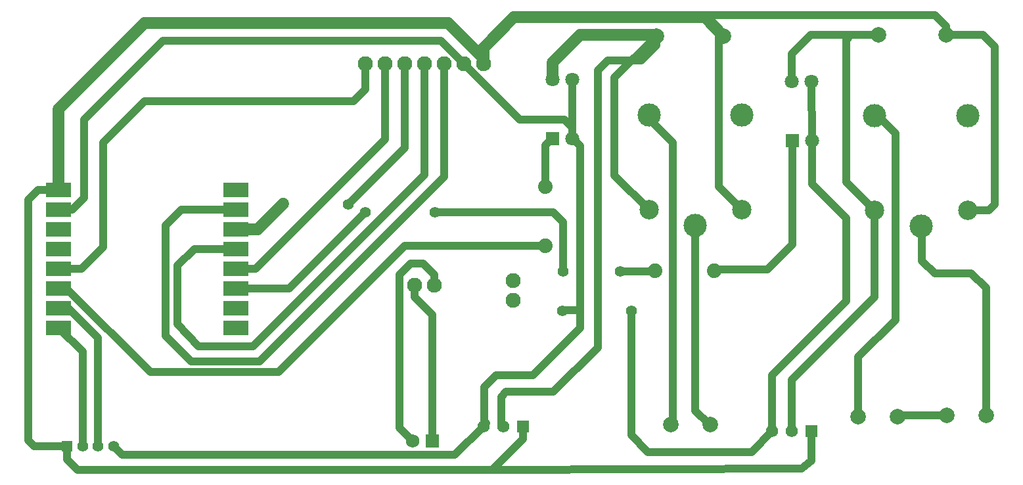
<source format=gbl>
G04 Layer: BottomLayer*
G04 EasyEDA v6.5.15, 2023-07-15 19:13:26*
G04 7a4bf17ae9984c6ea0cf7d4767ac866e,10*
G04 Gerber Generator version 0.2*
G04 Scale: 100 percent, Rotated: No, Reflected: No *
G04 Dimensions in millimeters *
G04 leading zeros omitted , absolute positions ,4 integer and 5 decimal *
%FSLAX45Y45*%
%MOMM*%

%ADD10C,1.0000*%
%ADD11C,1.5000*%
%ADD12C,2.0000*%
%ADD13C,1.5748*%
%ADD14R,1.5748X1.5748*%
%ADD15C,1.8796*%
%ADD16C,2.5000*%
%ADD17C,3.0000*%
%ADD18C,1.8000*%
%ADD19R,1.8000X1.8000*%
%ADD20R,1.7500X1.7500*%
%ADD21C,1.7500*%
%ADD22C,1.9304*%
%ADD23R,1.4000X1.4000*%
%ADD24C,1.4000*%
%ADD25R,3.2918X1.8288*%
%ADD26R,0.0122X1.8288*%

%LPD*%
D10*
X12302741Y-5080000D02*
G01*
X12302741Y-3438144D01*
X12115797Y-3251200D01*
X11645897Y-3251200D01*
X11480797Y-3086100D01*
X11480797Y-2654300D01*
X11468097Y-2641600D01*
X5943597Y-5778500D02*
G01*
X9931400Y-5765800D01*
X10058397Y-5664200D01*
X10058397Y-5283200D01*
X10058913Y-1536687D02*
G01*
X10058913Y-2096007D01*
X10502905Y-2540000D01*
X10502905Y-3606800D01*
X9550397Y-4559307D01*
X9550397Y-5283200D01*
X10658853Y-5092700D02*
G01*
X10658853Y-4327151D01*
X11137905Y-3848100D01*
X11137905Y-1447800D01*
X10911710Y-1221612D01*
X10868103Y-1221612D01*
X11801853Y-5080000D02*
G01*
X11172446Y-5080000D01*
X11159746Y-5092700D01*
X1731769Y-4051300D02*
G01*
X1731769Y-2628900D01*
X1934969Y-2425700D01*
X2641597Y-2425700D01*
X9804908Y-1536712D02*
G01*
X9804908Y-2882392D01*
X9486900Y-3200400D01*
X8813800Y-3200400D01*
X8801100Y-3213100D01*
X6858000Y-3225800D02*
G01*
X6858000Y-2590800D01*
X6731000Y-2463800D01*
X5207000Y-2463800D01*
X4305300Y-2463800D02*
G01*
X3327400Y-3441700D01*
X2641597Y-3441700D01*
X8039100Y-3213100D02*
G01*
X8026400Y-3225800D01*
X7594600Y-3225800D01*
X7959849Y-1208786D02*
G01*
X7959849Y-1260347D01*
X8267697Y-1568195D01*
X8267697Y-5181600D01*
X8216897Y-5181600D01*
X8053067Y-190500D02*
G01*
X8053067Y-316229D01*
X7861297Y-508000D01*
X7429497Y-508000D01*
X7302497Y-635000D01*
X7302497Y-4203700D01*
X6730997Y-4775200D01*
X6718805Y-1511300D02*
G01*
X6629400Y-1600705D01*
X6629400Y-2133600D01*
X6629397Y-2895600D02*
G01*
X6299205Y-2895600D01*
X355597Y-3441700D02*
G01*
X457197Y-3441700D01*
X1536697Y-4521200D01*
X3187697Y-4521200D01*
X4813297Y-2895600D01*
X6299197Y-2895600D01*
X5575297Y-546100D02*
G01*
X5283197Y-254000D01*
X1701797Y-254000D01*
X685797Y-1270000D01*
X685797Y-2273300D01*
X533397Y-2425700D01*
X355597Y-2425700D01*
D11*
X355597Y-2171700D02*
G01*
X355597Y-1130300D01*
X1460497Y-25400D01*
X5372097Y-25400D01*
X5829297Y-482600D01*
X5829297Y-546100D01*
D10*
X5321297Y-546100D02*
G01*
X5321297Y-2006600D01*
X2946397Y-4381500D01*
X2855211Y-4381500D01*
X5067297Y-546100D02*
G01*
X5067297Y-1981200D01*
X2857497Y-4191000D01*
X2150869Y-4191000D01*
X1884169Y-3898900D01*
X6845300Y-3733800D02*
G01*
X6857403Y-3721696D01*
X7073897Y-3721696D01*
X7950200Y-5549900D02*
G01*
X7734300Y-5334000D01*
X7734300Y-3733800D01*
X9550397Y-5283200D02*
G01*
X9283697Y-5549900D01*
X7950205Y-5549900D01*
X10057889Y-774700D02*
G01*
X10058905Y-1536700D01*
X6464297Y-4559300D02*
G01*
X5994400Y-4559300D01*
X5842000Y-4711700D01*
X5842000Y-5207000D01*
X5829300Y-5219700D01*
X6337300Y-5219700D02*
G01*
X6337300Y-5384800D01*
X5943600Y-5778500D01*
X596900Y-5778500D01*
X462000Y-5643600D01*
X462000Y-5473700D01*
X10868103Y-2441600D02*
G01*
X10868103Y-3559093D01*
X9804397Y-4622802D01*
X9804397Y-5283200D01*
X10868149Y-2441702D02*
G01*
X10502897Y-2076450D01*
X10502897Y-241300D01*
X10566397Y-177800D01*
X10706351Y-177800D01*
X11788899Y-177800D02*
G01*
X12268197Y-177800D01*
X12420597Y-330200D01*
X12420597Y-2362200D01*
X12341349Y-2441447D01*
X12068045Y-2441447D01*
X10918695Y-177800D02*
G01*
X10045697Y-177800D01*
X9803889Y-419607D01*
X9803889Y-774700D01*
X11788899Y-177800D02*
G01*
X11788899Y-66802D01*
X11645897Y76200D01*
X8625837Y76200D01*
X8625837Y76200D01*
X8603231Y76200D01*
X8610600Y76200D01*
X4559297Y-546100D02*
G01*
X4559297Y-1524000D01*
X2895597Y-3187700D01*
X2641597Y-3187700D01*
X355597Y-3187700D02*
G01*
X647697Y-3187700D01*
X927097Y-2908300D01*
X927097Y-1562100D01*
X1460497Y-1028700D01*
X4152897Y-1028700D01*
X4305297Y-876300D01*
X4305297Y-546100D01*
X6972805Y-1511300D02*
G01*
X7073897Y-1612392D01*
X7073897Y-3949700D01*
X6464297Y-4559300D01*
X6718300Y-4775200D02*
G01*
X6718297Y-4775200D01*
X6121397Y-4775200D01*
X6057897Y-4838700D01*
X6057897Y-5194300D01*
X6083297Y-5219700D01*
X8923271Y-190500D02*
G01*
X8864597Y-190500D01*
X8864597Y-2133600D01*
X9159745Y-2428747D01*
X8559800Y-2628900D02*
G01*
X8559800Y-5016500D01*
X8724900Y-5181600D01*
X8053067Y-190500D02*
G01*
X7518397Y-725170D01*
X7518397Y-1987550D01*
X7959849Y-2429002D01*
X1884169Y-3898900D02*
G01*
X1884169Y-3149600D01*
X2100069Y-2933700D01*
X2641597Y-2933700D01*
X1731769Y-4051300D02*
G01*
X2061969Y-4381500D01*
X2855173Y-4381500D01*
X4813297Y-546100D02*
G01*
X4813297Y-1630171D01*
X4081269Y-2362200D01*
X5194300Y-3403600D02*
G01*
X5194300Y-3263900D01*
X5054600Y-3124200D01*
X4889500Y-3124200D01*
X4749800Y-3263900D01*
X4749800Y-5241112D01*
X4918887Y-5410200D01*
X4940297Y-3403600D02*
G01*
X4940297Y-3556000D01*
X5168897Y-3784600D01*
X5168897Y-5410200D01*
D11*
X5829300Y-546100D02*
G01*
X5829300Y-342900D01*
X6223000Y50800D01*
X8681869Y50800D01*
X8923169Y-190500D01*
X2641600Y-2679700D02*
G01*
X2921000Y-2679700D01*
X3251200Y-2349500D01*
D10*
X5575297Y-546100D02*
G01*
X6299197Y-1270000D01*
X6870697Y-1270000D01*
X6972297Y-1371600D01*
X6972805Y-1511300D01*
D11*
X6717789Y-749300D02*
G01*
X6717789Y-533907D01*
X7073897Y-177800D01*
X8040367Y-177800D01*
X8053067Y-190500D01*
D10*
X6971789Y-749300D02*
G01*
X6972805Y-1511300D01*
X5867405Y-5181600D02*
G01*
X5829305Y-5219700D01*
X6070605Y-5207000D02*
G01*
X6083305Y-5219700D01*
X5829300Y-5219700D02*
G01*
X5461000Y-5588000D01*
X1176299Y-5588000D01*
X1061999Y-5473700D01*
X355597Y-3695700D02*
G01*
X482597Y-3695700D01*
X863597Y-4076700D01*
X862073Y-5473700D01*
X355600Y-3949700D02*
G01*
X662000Y-4256100D01*
X662000Y-5473700D01*
X355597Y-2171700D02*
G01*
X88897Y-2171700D01*
X-38102Y-2298700D01*
X-38102Y-5397500D01*
X38097Y-5473700D01*
X462023Y-5473700D01*
D12*
G01*
X11159743Y-5092700D03*
G01*
X10658856Y-5092700D03*
G01*
X10918799Y-177800D03*
G01*
X11788800Y-177800D03*
D13*
G01*
X9550400Y-5283200D03*
G01*
X9804400Y-5283200D03*
D14*
G01*
X10058400Y-5283200D03*
D15*
G01*
X8801100Y-3213100D03*
G01*
X8039100Y-3213100D03*
D16*
G01*
X10868101Y-2441600D03*
G01*
X12068098Y-2441397D03*
D17*
G01*
X11468100Y-2641600D03*
G01*
X10868101Y-1221612D03*
G01*
X12068098Y-1221612D03*
D18*
G01*
X10058908Y-1536687D03*
G01*
X10057892Y-774687D03*
G01*
X9803892Y-774687D03*
D19*
G01*
X9804908Y-1536712D03*
D12*
G01*
X8746741Y-5194300D03*
G01*
X8245853Y-5194300D03*
G01*
X12302743Y-5080000D03*
G01*
X11801856Y-5080000D03*
D13*
G01*
X5829297Y-5219700D03*
G01*
X6083297Y-5219700D03*
D14*
G01*
X6337297Y-5219700D03*
D20*
G01*
X5168897Y-5410200D03*
D21*
G01*
X4918885Y-5410200D03*
D22*
G01*
X4305297Y-546100D03*
G01*
X4559297Y-546100D03*
G01*
X4813297Y-546100D03*
G01*
X5067297Y-546100D03*
G01*
X5321297Y-546100D03*
G01*
X5575297Y-546100D03*
G01*
X5829297Y-546100D03*
G01*
X5194297Y-3403600D03*
G01*
X4940297Y-3403600D03*
G01*
X6210297Y-3594100D03*
G01*
X6210297Y-3340100D03*
D23*
G01*
X461998Y-5473700D03*
D24*
G01*
X661997Y-5473700D03*
G01*
X861997Y-5473700D03*
G01*
X1061996Y-5473700D03*
D12*
G01*
X8053169Y-190500D03*
G01*
X8923169Y-190500D03*
D15*
G01*
X6629400Y-2133600D03*
G01*
X6629400Y-2895600D03*
D25*
G01*
X2641597Y-3949700D03*
G01*
X355597Y-2171700D03*
G01*
X355597Y-2425700D03*
G01*
X355597Y-2679700D03*
G01*
X355597Y-2933700D03*
G01*
X355597Y-3187700D03*
G01*
X355597Y-3441700D03*
G01*
X355597Y-3695700D03*
G01*
X355597Y-3949700D03*
G01*
X2641597Y-2171700D03*
G01*
X2641597Y-2425700D03*
G01*
X2641597Y-2679700D03*
G01*
X2641597Y-2933700D03*
G01*
X2641597Y-3187700D03*
G01*
X2641597Y-3441700D03*
G01*
X2641597Y-3695700D03*
D18*
G01*
X6972805Y-1511274D03*
G01*
X6971789Y-749274D03*
G01*
X6717789Y-749274D03*
D19*
G01*
X6718805Y-1511300D03*
D16*
G01*
X7959798Y-2428900D03*
G01*
X9159796Y-2428697D03*
D17*
G01*
X8559797Y-2628900D03*
G01*
X7959798Y-1208912D03*
G01*
X9159796Y-1208912D03*
D24*
G01*
X4081269Y-2362200D03*
G01*
X3251197Y-2349500D03*
G01*
X7734300Y-3733800D03*
G01*
X6845300Y-3733800D03*
G01*
X7594600Y-3225800D03*
G01*
X6858000Y-3225800D03*
G01*
X5207000Y-2463800D03*
G01*
X4305300Y-2463800D03*
M02*

</source>
